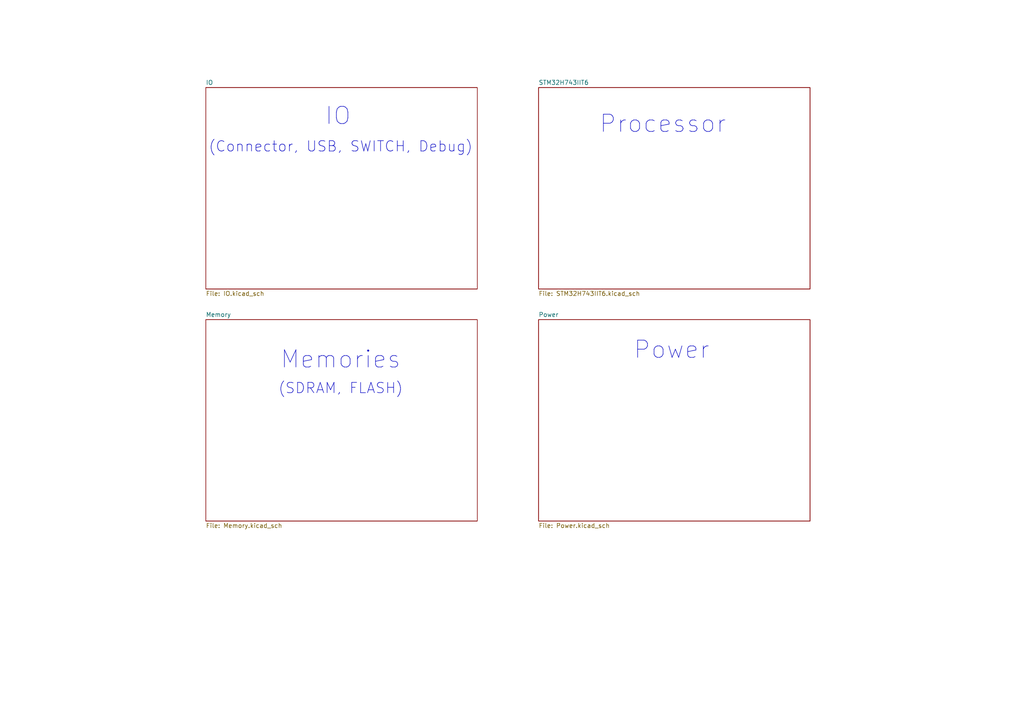
<source format=kicad_sch>
(kicad_sch
	(version 20250114)
	(generator "eeschema")
	(generator_version "9.0")
	(uuid "fff4c94d-54db-4cd3-a4a8-7481f1ffe9d0")
	(paper "A4")
	(title_block
		(title "OSCAR PROC")
		(date "2025-07-08")
		(rev "V1.0")
		(company "DAD Design")
	)
	(lib_symbols)
	(text "Processor"
		(exclude_from_sim no)
		(at 192.278 36.068 0)
		(effects
			(font
				(size 5 5)
			)
		)
		(uuid "3e4e7cb5-1ed2-4855-9c47-1174fe3e58ea")
	)
	(text "(Connector, USB, SWITCH, Debug)"
		(exclude_from_sim no)
		(at 98.806 42.672 0)
		(effects
			(font
				(size 3 3)
			)
		)
		(uuid "543a12e0-9f2e-4ea1-af1c-ae06e4bfddce")
	)
	(text "Power"
		(exclude_from_sim no)
		(at 194.818 101.6 0)
		(effects
			(font
				(size 5 5)
			)
		)
		(uuid "64dcb0ed-cb71-433e-8e0e-12c00ce05c2f")
	)
	(text "(SDRAM, FLASH)"
		(exclude_from_sim no)
		(at 98.806 112.776 0)
		(effects
			(font
				(size 3 3)
			)
		)
		(uuid "7aca7924-41dd-4fed-abde-989efa5ef9f8")
	)
	(text "Memories"
		(exclude_from_sim no)
		(at 98.806 104.394 0)
		(effects
			(font
				(size 5 5)
			)
		)
		(uuid "92f1487d-a6de-448a-a9b4-abab4a906b1d")
	)
	(text "IO"
		(exclude_from_sim no)
		(at 98.044 33.782 0)
		(effects
			(font
				(size 5 5)
			)
		)
		(uuid "d3d7467e-ae24-41be-ab36-9852f97cf60f")
	)
	(sheet
		(at 156.21 92.71)
		(size 78.74 58.42)
		(exclude_from_sim no)
		(in_bom yes)
		(on_board yes)
		(dnp no)
		(fields_autoplaced yes)
		(stroke
			(width 0.1524)
			(type solid)
		)
		(fill
			(color 0 0 0 0.0000)
		)
		(uuid "21345a0f-715d-4b0e-89cb-93e4282e01eb")
		(property "Sheetname" "Power"
			(at 156.21 91.9984 0)
			(effects
				(font
					(size 1.27 1.27)
				)
				(justify left bottom)
			)
		)
		(property "Sheetfile" "Power.kicad_sch"
			(at 156.21 151.7146 0)
			(effects
				(font
					(size 1.27 1.27)
				)
				(justify left top)
			)
		)
		(instances
			(project "OSCAR_Proc"
				(path "/fff4c94d-54db-4cd3-a4a8-7481f1ffe9d0"
					(page "5")
				)
			)
		)
	)
	(sheet
		(at 59.69 25.4)
		(size 78.74 58.42)
		(exclude_from_sim no)
		(in_bom yes)
		(on_board yes)
		(dnp no)
		(fields_autoplaced yes)
		(stroke
			(width 0.1524)
			(type solid)
		)
		(fill
			(color 0 0 0 0.0000)
		)
		(uuid "756998a0-53c7-4a74-be36-d95142b90c85")
		(property "Sheetname" "IO"
			(at 59.69 24.6884 0)
			(effects
				(font
					(size 1.27 1.27)
				)
				(justify left bottom)
			)
		)
		(property "Sheetfile" "IO.kicad_sch"
			(at 59.69 84.4046 0)
			(effects
				(font
					(size 1.27 1.27)
				)
				(justify left top)
			)
		)
		(instances
			(project "OSCAR_Proc"
				(path "/fff4c94d-54db-4cd3-a4a8-7481f1ffe9d0"
					(page "4")
				)
			)
		)
	)
	(sheet
		(at 59.69 92.71)
		(size 78.74 58.42)
		(exclude_from_sim no)
		(in_bom yes)
		(on_board yes)
		(dnp no)
		(fields_autoplaced yes)
		(stroke
			(width 0.1524)
			(type solid)
		)
		(fill
			(color 0 0 0 0.0000)
		)
		(uuid "b30af4fd-e256-4803-aaba-d2afe0ed3602")
		(property "Sheetname" "Memory"
			(at 59.69 91.9984 0)
			(effects
				(font
					(size 1.27 1.27)
				)
				(justify left bottom)
			)
		)
		(property "Sheetfile" "Memory.kicad_sch"
			(at 59.69 151.7146 0)
			(effects
				(font
					(size 1.27 1.27)
				)
				(justify left top)
			)
		)
		(instances
			(project "OSCAR_Proc"
				(path "/fff4c94d-54db-4cd3-a4a8-7481f1ffe9d0"
					(page "3")
				)
			)
		)
	)
	(sheet
		(at 156.21 25.4)
		(size 78.74 58.42)
		(exclude_from_sim no)
		(in_bom yes)
		(on_board yes)
		(dnp no)
		(fields_autoplaced yes)
		(stroke
			(width 0.1524)
			(type solid)
		)
		(fill
			(color 0 0 0 0.0000)
		)
		(uuid "d51fe1ea-47d0-4a34-9d1f-b045c4396af1")
		(property "Sheetname" "STM32H743IIT6"
			(at 156.21 24.6884 0)
			(effects
				(font
					(size 1.27 1.27)
				)
				(justify left bottom)
			)
		)
		(property "Sheetfile" "STM32H743IIT6.kicad_sch"
			(at 156.21 84.4046 0)
			(effects
				(font
					(size 1.27 1.27)
				)
				(justify left top)
			)
		)
		(instances
			(project "OSCAR_Proc"
				(path "/fff4c94d-54db-4cd3-a4a8-7481f1ffe9d0"
					(page "2")
				)
			)
		)
	)
	(sheet_instances
		(path "/"
			(page "1")
		)
	)
	(embedded_fonts no)
)

</source>
